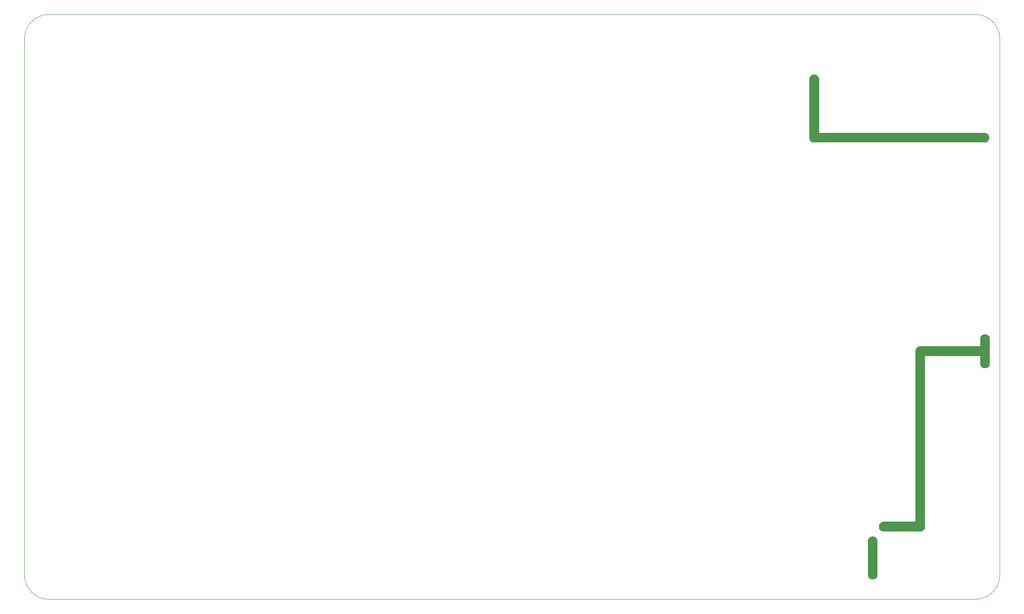
<source format=gbr>
G04*
G04 #@! TF.GenerationSoftware,Altium Limited,Altium Designer,23.4.1 (23)*
G04*
G04 Layer_Color=0*
%FSLAX44Y44*%
%MOMM*%
G71*
G04*
G04 #@! TF.SameCoordinates,210523F5-4B5D-4388-949E-6639FD9C488E*
G04*
G04*
G04 #@! TF.FilePolarity,Positive*
G04*
G01*
G75*
%ADD247C,0.0254*%
G36*
X1959612Y534038D02*
Y535354D01*
X1960294Y537897D01*
X1961611Y540178D01*
X1963472Y542039D01*
X1965753Y543356D01*
X1968296Y544038D01*
X1970929D01*
X1973472Y543356D01*
X1975753Y542039D01*
X1977614Y540178D01*
X1978931Y537897D01*
X1979612Y535354D01*
Y534038D01*
D01*
Y509113D01*
Y507796D01*
X1978931Y505253D01*
X1977614Y502972D01*
X1975753Y501110D01*
X1973472Y499794D01*
X1970929Y499113D01*
X1968296D01*
X1965753Y499794D01*
X1963472Y501110D01*
X1961611Y502972D01*
X1960294Y505253D01*
X1959612Y507796D01*
Y509113D01*
D01*
Y534038D01*
D02*
G37*
G36*
X1979612Y484188D02*
Y482871D01*
X1978931Y480328D01*
X1977614Y478047D01*
X1975753Y476185D01*
X1973472Y474869D01*
X1970929Y474188D01*
X1968296D01*
X1965753Y474869D01*
X1963472Y476185D01*
X1961611Y478047D01*
X1960294Y480328D01*
X1959612Y482871D01*
Y484188D01*
D01*
Y509113D01*
Y510429D01*
X1960294Y512972D01*
X1961611Y515253D01*
X1963472Y517114D01*
X1965753Y518431D01*
X1968296Y519113D01*
X1970929D01*
X1973472Y518431D01*
X1975753Y517114D01*
X1977614Y515253D01*
X1978931Y512972D01*
X1979612Y510429D01*
Y509113D01*
D01*
Y484188D01*
D02*
G37*
G36*
X1836738Y159225D02*
X1838054D01*
X1840597Y158544D01*
X1842878Y157227D01*
X1844740Y155365D01*
X1846056Y153085D01*
X1846738Y150541D01*
Y147908D01*
X1846056Y145365D01*
X1844740Y143085D01*
X1842878Y141223D01*
X1840597Y139907D01*
X1838054Y139225D01*
X1836738D01*
D01*
X1762125D01*
X1760809D01*
X1758265Y139907D01*
X1755985Y141223D01*
X1754123Y143085D01*
X1752807Y145365D01*
X1752125Y147908D01*
Y150541D01*
X1752807Y153085D01*
X1754123Y155365D01*
X1755985Y157227D01*
X1758265Y158544D01*
X1760809Y159225D01*
X1762125D01*
D01*
X1836738D01*
D02*
G37*
G36*
X1619250Y937262D02*
X1617934D01*
X1615390Y937944D01*
X1613110Y939260D01*
X1611248Y941122D01*
X1609931Y943403D01*
X1609250Y945946D01*
Y948579D01*
X1609931Y951122D01*
X1611248Y953403D01*
X1613110Y955265D01*
X1615390Y956581D01*
X1617934Y957262D01*
X1619250D01*
D01*
X1968500D01*
X1969816D01*
X1972360Y956581D01*
X1974640Y955265D01*
X1976502Y953403D01*
X1977818Y951122D01*
X1978500Y948579D01*
Y945946D01*
X1977818Y943403D01*
X1976502Y941122D01*
X1974640Y939260D01*
X1972360Y937944D01*
X1969816Y937262D01*
X1968500D01*
D01*
X1619250D01*
D02*
G37*
G36*
X1629250Y947262D02*
Y945946D01*
X1628569Y943403D01*
X1627252Y941122D01*
X1625390Y939260D01*
X1623110Y937944D01*
X1620567Y937262D01*
X1617934D01*
X1615390Y937944D01*
X1613110Y939260D01*
X1611248Y941122D01*
X1609931Y943403D01*
X1609250Y945946D01*
Y947262D01*
D01*
Y1066800D01*
Y1068117D01*
X1609931Y1070660D01*
X1611248Y1072940D01*
X1613110Y1074802D01*
X1615390Y1076118D01*
X1617934Y1076800D01*
X1620567D01*
X1623110Y1076118D01*
X1625390Y1074802D01*
X1627252Y1072940D01*
X1628569Y1070660D01*
X1629250Y1068117D01*
Y1066800D01*
D01*
Y947262D01*
D02*
G37*
G36*
X1749425Y50922D02*
Y49605D01*
X1748743Y47062D01*
X1747427Y44782D01*
X1745565Y42920D01*
X1743285Y41603D01*
X1740741Y40922D01*
X1738109D01*
X1735565Y41603D01*
X1733285Y42920D01*
X1731423Y44782D01*
X1730107Y47062D01*
X1729425Y49605D01*
Y50922D01*
D01*
Y119062D01*
Y120379D01*
X1730107Y122922D01*
X1731423Y125203D01*
X1733285Y127065D01*
X1735565Y128381D01*
X1738109Y129062D01*
X1740741D01*
X1743285Y128381D01*
X1745565Y127065D01*
X1747427Y125203D01*
X1748743Y122922D01*
X1749425Y120379D01*
Y119062D01*
D01*
Y50922D01*
D02*
G37*
G36*
X1826738Y509113D02*
Y510429D01*
X1827419Y512972D01*
X1828736Y515253D01*
X1830597Y517114D01*
X1832878Y518431D01*
X1835421Y519113D01*
X1838054D01*
X1840597Y518431D01*
X1842878Y517114D01*
X1844740Y515253D01*
X1846056Y512972D01*
X1846738Y510429D01*
Y509113D01*
D01*
Y149225D01*
Y147908D01*
X1846056Y145365D01*
X1844740Y143085D01*
X1842878Y141223D01*
X1840597Y139907D01*
X1838054Y139225D01*
X1835421D01*
X1832878Y139907D01*
X1830597Y141223D01*
X1828736Y143085D01*
X1827419Y145365D01*
X1826738Y147908D01*
Y149225D01*
D01*
Y509113D01*
D02*
G37*
G36*
X1836738Y499113D02*
X1835421D01*
X1832878Y499794D01*
X1830597Y501110D01*
X1828736Y502972D01*
X1827419Y505253D01*
X1826738Y507796D01*
Y510429D01*
X1827419Y512972D01*
X1828736Y515253D01*
X1830597Y517114D01*
X1832878Y518431D01*
X1835421Y519113D01*
X1836738D01*
D01*
X1969612D01*
X1970929D01*
X1973472Y518431D01*
X1975753Y517114D01*
X1977614Y515253D01*
X1978931Y512972D01*
X1979612Y510429D01*
Y507796D01*
X1978931Y505253D01*
X1977614Y502972D01*
X1975753Y501110D01*
X1973472Y499794D01*
X1970929Y499113D01*
X1969612D01*
D01*
X1836738D01*
D02*
G37*
D247*
X50000Y0D02*
G02*
X0Y50000I0J50000D01*
G01*
Y1150000D01*
D02*
G02*
X50000Y1200000I50000J0D01*
G01*
X1950000Y1200000D01*
D02*
G02*
X2000000Y1150000I0J-50000D01*
G01*
X2000000Y50000D01*
D02*
G02*
X1950000Y0I-50000J-0D01*
G01*
X50000D01*
M02*

</source>
